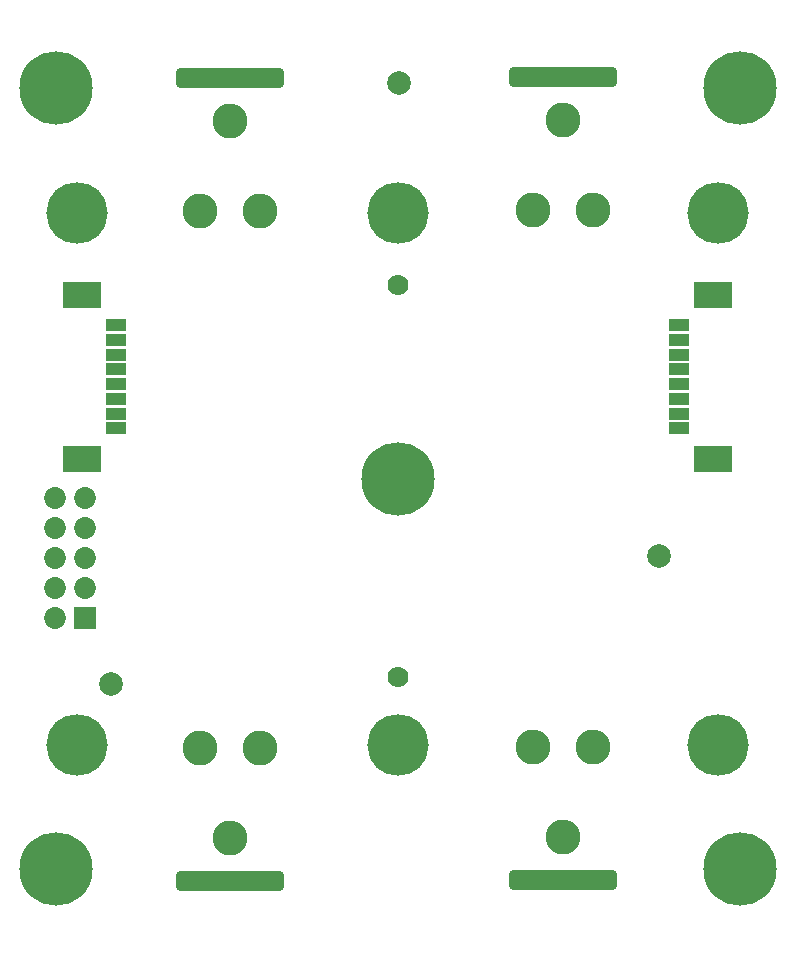
<source format=gts>
G04*
G04 #@! TF.GenerationSoftware,Altium Limited,Altium Designer,18.1.7 (191)*
G04*
G04 Layer_Color=8388736*
%FSLAX25Y25*%
%MOIN*%
G70*
G01*
G75*
%ADD17R,0.07099X0.03950*%
%ADD18R,0.12611X0.09068*%
%ADD19C,0.11627*%
G04:AMPARAMS|DCode=20|XSize=362.33mil|YSize=68mil|CornerRadius=19mil|HoleSize=0mil|Usage=FLASHONLY|Rotation=180.000|XOffset=0mil|YOffset=0mil|HoleType=Round|Shape=RoundedRectangle|*
%AMROUNDEDRECTD20*
21,1,0.36233,0.03000,0,0,180.0*
21,1,0.32433,0.06800,0,0,180.0*
1,1,0.03800,-0.16217,0.01500*
1,1,0.03800,0.16217,0.01500*
1,1,0.03800,0.16217,-0.01500*
1,1,0.03800,-0.16217,-0.01500*
%
%ADD20ROUNDEDRECTD20*%
%ADD21C,0.07887*%
%ADD22C,0.07296*%
%ADD23R,0.07296X0.07296*%
%ADD24C,0.07001*%
%ADD25C,0.20485*%
%ADD26C,0.24422*%
D17*
X219091Y187703D02*
D03*
Y192624D02*
D03*
Y182782D02*
D03*
Y168018D02*
D03*
Y163097D02*
D03*
Y158176D02*
D03*
Y172939D02*
D03*
Y177861D02*
D03*
X31409Y163097D02*
D03*
Y158176D02*
D03*
Y168018D02*
D03*
Y182782D02*
D03*
Y187703D02*
D03*
Y192624D02*
D03*
Y177861D02*
D03*
Y172939D02*
D03*
D18*
X230509Y202664D02*
D03*
Y148136D02*
D03*
X19991Y148136D02*
D03*
Y202664D02*
D03*
D19*
X180300Y261030D02*
D03*
X190300Y231030D02*
D03*
X170300D02*
D03*
X190300Y52053D02*
D03*
X170300D02*
D03*
X180300Y22054D02*
D03*
X69600Y260690D02*
D03*
X79600Y230690D02*
D03*
X59600D02*
D03*
X79600Y51713D02*
D03*
X59600D02*
D03*
X69600Y21713D02*
D03*
D20*
X180300Y275302D02*
D03*
Y7782D02*
D03*
X69600Y274961D02*
D03*
Y7442D02*
D03*
D21*
X125900Y273300D02*
D03*
X212300Y115800D02*
D03*
X29800Y72900D02*
D03*
D22*
X11200Y134900D02*
D03*
X21200D02*
D03*
X11200Y124900D02*
D03*
X21200D02*
D03*
X11200Y114900D02*
D03*
X21200D02*
D03*
X11200Y104900D02*
D03*
X21200D02*
D03*
X11200Y94900D02*
D03*
D23*
X21200D02*
D03*
D24*
X125600Y206000D02*
D03*
Y75291D02*
D03*
D25*
X125400Y52735D02*
D03*
Y229900D02*
D03*
X18600D02*
D03*
X232200D02*
D03*
X18600Y52700D02*
D03*
X232200D02*
D03*
D26*
X125400Y141443D02*
D03*
X239500Y11200D02*
D03*
X11300D02*
D03*
Y271600D02*
D03*
X239500D02*
D03*
M02*

</source>
